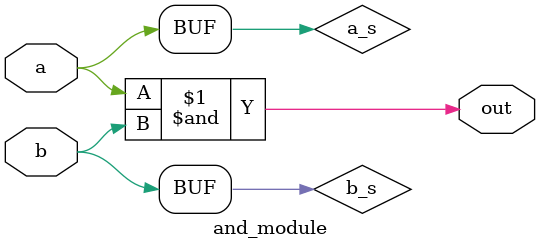
<source format=sv>

module and_module (
    input a, b,
    output out
);

logic a_s, b_s;
logic out_s;

assign a_s = a;
assign b_s = b;

assign out = a_s & b_s;
    
endmodule
</source>
